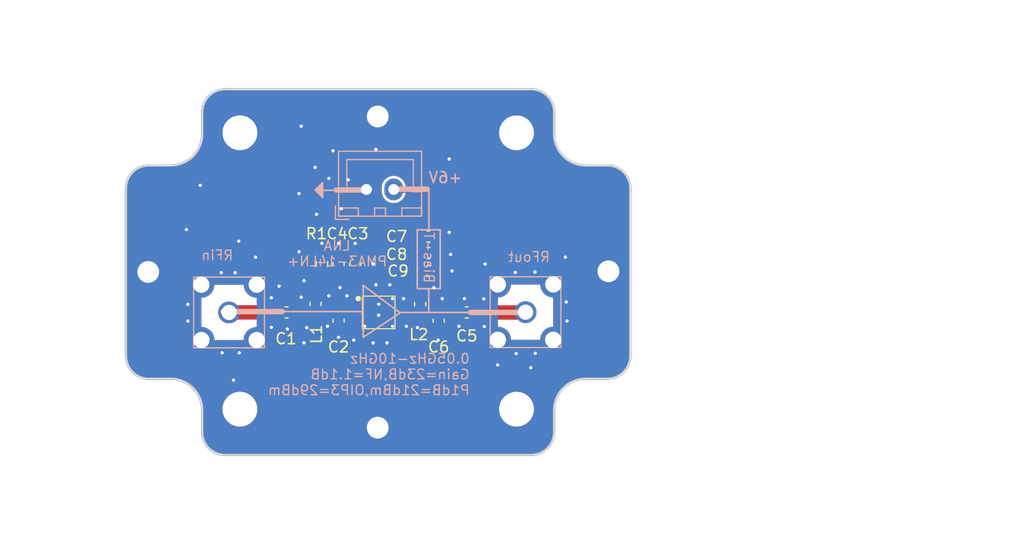
<source format=kicad_pcb>
(kicad_pcb (version 20221018) (generator pcbnew)
  (layers (0 "F.Cu" signal) (31 "B.Cu" signal) (34 "B.Paste" user) (35 "F.Paste" user) (36 "B.SilkS" user "B.Silkscreen") (37 "F.SilkS" user "F.Silkscreen") (38 "B.Mask" user) (39 "F.Mask" user) (44 "Edge.Cuts" user))
  (net 0 "")
  (net 1 "Net-(C1-Pad1)")
  (net 2 "Net-(IC1-RF-IN)")
  (net 3 "GND")
  (net 4 "Net-(IC1-CURRENT_MIRROR)")
  (net 5 "Net-(C5-Pad1)")
  (net 6 "Net-(IC1-RF-OUT_&_VDD)")
  (net 7 "Net-(J1-Pin_2)")
  (footprint "Capacitor_SMD:C_0603_1608Metric_revised" (layer "F.Cu") (at 165.862 99.949)
    (fp_text reference "C8" (at -2.921 0.127) (layer "F.SilkS"))
    (fp_text value "4.7uF")
    (fp_line (start -0.14058 -0.51) (end 0.14058 -0.51) (stroke (width 0.12)) (layer "F.SilkS"))
    (fp_line (start -0.14058 0.51) (end 0.14058 0.51) (stroke (width 0.12)) (layer "F.SilkS"))
    (pad "1" smd roundrect (at -0.775 0) (size 0.9 0.95) (layers "F.Cu" "F.Paste" "F.Mask") (net 7 "Net-(J1-Pin_2)"))
    (pad "2" smd roundrect (at 0.775 0) (size 0.9 0.95) (layers "F.Cu" "F.Paste" "F.Mask") (net 3 "GND"))
  )
  (footprint "Capacitor_SMD:C_0603_1608Metric_revised" (layer "F.Cu") (at 165.862 101.6)
    (fp_text reference "C9" (at -2.794 0) (layer "F.SilkS"))
    (fp_text value "10pF")
    (fp_line (start -0.14058 -0.51) (end 0.14058 -0.51) (stroke (width 0.12)) (layer "F.SilkS"))
    (fp_line (start -0.14058 0.51) (end 0.14058 0.51) (stroke (width 0.12)) (layer "F.SilkS"))
    (pad "1" smd roundrect (at -0.775 0) (size 0.9 0.95) (layers "F.Cu" "F.Paste" "F.Mask") (net 7 "Net-(J1-Pin_2)"))
    (pad "2" smd roundrect (at 0.775 0) (size 0.9 0.95) (layers "F.Cu" "F.Paste" "F.Mask") (net 3 "GND"))
  )
  (footprint "Music_Lab:LNA_PMA3-14LN+" (layer "F.Cu") (at 161.29 105.41)
    (fp_text reference "IC1" hide)
    (fp_text value "PMA3-14LN+" hide)
    (fp_rect (start -1.5 -1.5) (end 1.5 1.5) (stroke (width 0.1)) (fill none) (layer "F.SilkS"))
    (fp_circle (center -1.8755 -1.275) (end -1.8755 -1.1475) (stroke (width 0.255)) (fill none) (layer "F.SilkS"))
    (pad "1" smd rect (at -1.45 -0.51 90) (size 0.3 0.85) (layers "F.Cu" "F.Paste" "F.Mask") (net 4 "Net-(IC1-CURRENT_MIRROR)"))
    (pad "2" smd rect (at -1.45 0 90) (size 0.3 0.85) (layers "F.Cu" "F.Paste" "F.Mask") (net 2 "Net-(IC1-RF-IN)"))
    (pad "3" smd rect (at -1.45 0.51 90) (size 0.3 0.85) (layers "F.Cu" "F.Paste" "F.Mask") (net 3 "GND"))
    (pad "4" smd rect (at -0.51 1.45) (size 0.3 0.85) (layers "F.Cu" "F.Paste" "F.Mask") (net 3 "GND"))
    (pad "5" smd rect (at 0 1.45) (size 0.3 0.85) (layers "F.Cu" "F.Paste" "F.Mask") (net 3 "GND"))
    (pad "6" smd rect (at 0.51 1.45) (size 0.3 0.85) (layers "F.Cu" "F.Paste" "F.Mask") (net 3 "GND"))
    (pad "7" smd rect (at 1.45 0.51 90) (size 0.3 0.85) (layers "F.Cu" "F.Paste" "F.Mask") (net 3 "GND"))
    (pad "8" smd rect (at 1.45 0 90) (size 0.3 0.85) (layers "F.Cu" "F.Paste" "F.Mask") (net 6 "Net-(IC1-RF-OUT_&_VDD)"))
    (pad "9" smd rect (at 1.45 -0.51 90) (size 0.3 0.85) (layers "F.Cu" "F.Paste" "F.Mask") (net 3 "GND"))
    (pad "10" smd rect (at 0.51 -1.45) (size 0.3 0.85) (layers "F.Cu" "F.Paste" "F.Mask") (net 3 "GND"))
    (pad "11" smd rect (at 0 -1.45) (size 0.3 0.85) (layers "F.Cu" "F.Paste" "F.Mask") (net 3 "GND"))
    (pad "12" smd rect (at -0.51 -1.45) (size 0.3 0.85) (layers "F.Cu" "F.Paste" "F.Mask") (net 3 "GND"))
    (pad "13" smd rect (at 0 0) (size 1.45 1.45) (layers "F.Cu" "F.Paste" "F.Mask") (net 3 "GND"))
  )
  (footprint "Inductor_SMD:L_0603_1608Metric_revised" (layer "F.Cu") (at 165.1 104.648 -90)
    (fp_text reference "L2" (at 2.794 0.127) (layer "F.SilkS"))
    (fp_text value "15nH")
    (fp_line (start -0.162779 -0.51) (end 0.162779 -0.51) (stroke (width 0.12)) (layer "F.SilkS"))
    (fp_line (start -0.162779 0.51) (end 0.162779 0.51) (stroke (width 0.12)) (layer "F.SilkS"))
    (pad "1" smd roundrect (at -0.775 0 270) (size 0.9 0.9) (layers "F.Cu" "F.Paste" "F.Mask") (net 7 "Net-(J1-Pin_2)"))
    (pad "2" smd roundrect (at 0.775 0 270) (size 0.9 0.9) (layers "F.Cu" "F.Paste" "F.Mask") (net 6 "Net-(IC1-RF-OUT_&_VDD)"))
  )
  (footprint "Capacitor_SMD:C_0603_1608Metric_revised" (layer "F.Cu") (at 152.824 105.41)
    (fp_text reference "C1" (at -0.043 2.413) (layer "F.SilkS"))
    (fp_text value "0.1uF")
    (fp_line (start -0.14058 -0.51) (end 0.14058 -0.51) (stroke (width 0.12)) (layer "F.SilkS"))
    (fp_line (start -0.14058 0.51) (end 0.14058 0.51) (stroke (width 0.12)) (layer "F.SilkS"))
    (pad "1" smd roundrect (at -0.775 0) (size 0.9 0.95) (layers "F.Cu" "F.Paste" "F.Mask") (net 1 "Net-(C1-Pad1)"))
    (pad "2" smd roundrect (at 0.775 0) (size 0.9 0.95) (layers "F.Cu" "F.Paste" "F.Mask") (net 2 "Net-(IC1-RF-IN)"))
  )
  (footprint "Capacitor_SMD:C_0603_1608Metric_revised" (layer "F.Cu") (at 157.607 106.172 90)
    (fp_text reference "C2" (at -2.413 0 180) (layer "F.SilkS"))
    (fp_text value "0.2pF")
    (fp_line (start -0.14058 -0.51) (end 0.14058 -0.51) (stroke (width 0.12)) (layer "F.SilkS"))
    (fp_line (start -0.14058 0.51) (end 0.14058 0.51) (stroke (width 0.12)) (layer "F.SilkS"))
    (pad "1" smd roundrect (at -0.775 0 90) (size 0.9 0.95) (layers "F.Cu" "F.Paste" "F.Mask") (net 3 "GND"))
    (pad "2" smd roundrect (at 0.775 0 90) (size 0.9 0.95) (layers "F.Cu" "F.Paste" "F.Mask") (net 2 "Net-(IC1-RF-IN)"))
  )
  (footprint "Capacitor_SMD:C_0603_1608Metric_revised" (layer "F.Cu") (at 169.38 105.41 180)
    (fp_text reference "C5" (at 0 -2.159 180) (layer "F.SilkS"))
    (fp_text value "0.1uF")
    (fp_line (start -0.14058 -0.51) (end 0.14058 -0.51) (stroke (width 0.12)) (layer "F.SilkS"))
    (fp_line (start -0.14058 0.51) (end 0.14058 0.51) (stroke (width 0.12)) (layer "F.SilkS"))
    (pad "1" smd roundrect (at -0.775 0 180) (size 0.9 0.95) (layers "F.Cu" "F.Paste" "F.Mask") (net 5 "Net-(C5-Pad1)"))
    (pad "2" smd roundrect (at 0.775 0 180) (size 0.9 0.95) (layers "F.Cu" "F.Paste" "F.Mask") (net 6 "Net-(IC1-RF-OUT_&_VDD)"))
  )
  (footprint "Capacitor_SMD:C_0603_1608Metric_revised" (layer "F.Cu") (at 159.131 100.965 -90)
    (fp_text reference "C3" (at -2.794 -0.254) (layer "F.SilkS"))
    (fp_text value "100pF")
    (fp_line (start -0.14058 -0.51) (end 0.14058 -0.51) (stroke (width 0.12)) (layer "F.SilkS"))
    (fp_line (start -0.14058 0.51) (end 0.14058 0.51) (stroke (width 0.12)) (layer "F.SilkS"))
    (pad "1" smd roundrect (at -0.775 0 270) (size 0.9 0.95) (layers "F.Cu" "F.Paste" "F.Mask") (net 3 "GND"))
    (pad "2" smd roundrect (at 0.775 0 270) (size 0.9 0.95) (layers "F.Cu" "F.Paste" "F.Mask") (net 4 "Net-(IC1-CURRENT_MIRROR)"))
  )
  (footprint "Capacitor_SMD:C_0603_1608Metric_revised" (layer "F.Cu") (at 166.8018 106.172 90)
    (fp_text reference "C6" (at -2.413 0 180) (layer "F.SilkS"))
    (fp_text value "0.1pF")
    (fp_line (start -0.14058 -0.51) (end 0.14058 -0.51) (stroke (width 0.12)) (layer "F.SilkS"))
    (fp_line (start -0.14058 0.51) (end 0.14058 0.51) (stroke (width 0.12)) (layer "F.SilkS"))
    (pad "1" smd roundrect (at -0.775 0 90) (size 0.9 0.95) (layers "F.Cu" "F.Paste" "F.Mask") (net 3 "GND"))
    (pad "2" smd roundrect (at 0.775 0 90) (size 0.9 0.95) (layers "F.Cu" "F.Paste" "F.Mask") (net 6 "Net-(IC1-RF-OUT_&_VDD)"))
  )
  (footprint "Capacitor_SMD:C_0603_1608Metric_revised" (layer "F.Cu") (at 157.607 100.965 -90)
    (fp_text reference "C4" (at -2.794 0.127) (layer "F.SilkS"))
    (fp_text value "0.1uF")
    (fp_line (start -0.14058 -0.51) (end 0.14058 -0.51) (stroke (width 0.12)) (layer "F.SilkS"))
    (fp_line (start -0.14058 0.51) (end 0.14058 0.51) (stroke (width 0.12)) (layer "F.SilkS"))
    (pad "1" smd roundrect (at -0.775 0 270) (size 0.9 0.95) (layers "F.Cu" "F.Paste" "F.Mask") (net 3 "GND"))
    (pad "2" smd roundrect (at 0.775 0 270) (size 0.9 0.95) (layers "F.Cu" "F.Paste" "F.Mask") (net 4 "Net-(IC1-CURRENT_MIRROR)"))
  )
  (footprint "Capacitor_SMD:C_0603_1608Metric_revised" (layer "F.Cu") (at 165.862 98.425)
    (fp_text reference "C7" (at -2.921 0) (layer "F.SilkS"))
    (fp_text value "22uF")
    (fp_line (start -0.14058 -0.51) (end 0.14058 -0.51) (stroke (width 0.12)) (layer "F.SilkS"))
    (fp_line (start -0.14058 0.51) (end 0.14058 0.51) (stroke (width 0.12)) (layer "F.SilkS"))
    (pad "1" smd roundrect (at -0.775 0) (size 0.9 0.95) (layers "F.Cu" "F.Paste" "F.Mask") (net 7 "Net-(J1-Pin_2)"))
    (pad "2" smd roundrect (at 0.775 0) (size 0.9 0.95) (layers "F.Cu" "F.Paste" "F.Mask") (net 3 "GND"))
  )
  (footprint "Inductor_SMD:L_0603_1608Metric_revised" (layer "F.Cu") (at 155.491 104.6226 -90)
    (fp_text reference "L1" (at 2.794 -0.084 -90) (layer "F.SilkS"))
    (fp_text value "15nH")
    (fp_line (start -0.162779 -0.51) (end 0.162779 -0.51) (stroke (width 0.12)) (layer "F.SilkS"))
    (fp_line (start -0.162779 0.51) (end 0.162779 0.51) (stroke (width 0.12)) (layer "F.SilkS"))
    (pad "1" smd roundrect (at -0.775 0 270) (size 0.9 0.9) (layers "F.Cu" "F.Paste" "F.Mask") (net 4 "Net-(IC1-CURRENT_MIRROR)"))
    (pad "2" smd roundrect (at 0.775 0 270) (size 0.9 0.9) (layers "F.Cu" "F.Paste" "F.Mask") (net 2 "Net-(IC1-RF-IN)"))
  )
  (footprint "Resistor_SMD:R_0603_1608Metric_revised" (layer "F.Cu") (at 156.083 100.965 -90)
    (fp_text reference "R1" (at -2.794 0.508) (layer "F.SilkS"))
    (fp_text value "510")
    (fp_line (start -0.237258 -0.5225) (end 0.237258 -0.5225) (stroke (width 0.12)) (layer "F.SilkS"))
    (fp_line (start -0.237258 0.5225) (end 0.237258 0.5225) (stroke (width 0.12)) (layer "F.SilkS"))
    (pad "1" smd roundrect (at -0.775 0 270) (size 0.9 0.9) (layers "F.Cu" "F.Paste" "F.Mask") (net 3 "GND"))
    (pad "2" smd roundrect (at 0.775 0 270) (size 0.9 0.9) (layers "F.Cu" "F.Paste" "F.Mask") (net 4 "Net-(IC1-CURRENT_MIRROR)"))
  )
  (footprint "Music_Lab:Outline_3x2_cavity_20230729" (layer "B.Cu") (at 220.30757 102.531334 180)
    (fp_text reference "outline1" hide)
    (fp_text value "~" hide)
    (fp_poly (pts (arc (start 40.014266 10.63046) (mid 42.065222 11.479792) (end 42.915266 13.53046)) (arc (start 42.915266 15.53146) (mid 43.519059 17.004615) (end 44.983086 17.630228)) (arc (start 73.218048 17.630228) (mid 74.636163 16.979894) (end 75.215266 15.531228)) (arc (start 75.215266 13.53046) (mid 76.065266 11.479773) (end 78.116266 10.63046)) (arc (start 80.115266 10.63046) (mid 81.600154 10.015368) (end 82.215266 8.53046)) (arc (start 82.215266 -6.870172) (mid 81.600201 -8.355102) (end 80.115266 -8.970172)) (arc (start 78.116266 -8.970172) (mid 76.065327 -9.819526) (end 75.215266 -11.870172)) (arc (start 75.215266 -13.871172) (mid 74.600141 -15.355749) (end 73.115266 -15.970172)) (arc (start 45.015266 -15.970172) (mid 43.530389 -15.355755) (end 42.915266 -13.871171)) (arc (start 42.915266 -11.870171) (mid 42.065217 -9.819513) (end 40.014266 -8.970171)) (arc (start 38.015266 -8.970171) (mid 36.530329 -8.355108) (end 35.915266 -6.870171)) (arc (start 35.915266 8.53046) (mid 36.530335 10.015387) (end 38.015266 10.63046))) (stroke (width 0.2)) (fill none) (layer "Edge.Cuts"))
    (pad "1" thru_hole circle (at 37.918739 0.903309 180) (size 3 3) (drill 2) (layers "*.Cu" "*.Mask") (net 3 "GND"))
    (pad "1" thru_hole circle (at 46.36 -11.77 180) (size 5.6 5.6) (drill 3.2) (layers "*.Cu" "*.Mask") (net 3 "GND"))
    (pad "1" thru_hole circle (at 46.36 13.63 180) (size 5.6 5.6) (drill 3.2) (layers "*.Cu" "*.Mask") (net 3 "GND"))
    (pad "1" thru_hole circle (at 59.10404 -13.467897 180) (size 3 3) (drill 2) (layers "*.Cu" "*.Mask") (net 3 "GND"))
    (pad "1" thru_hole custom (at 59.10404 15.129639 180) (size 3 3) (drill 2) (layers "*.Cu" "*.Mask") (net 3 "GND") (options (clearance outline) (anchor circle)) (primitives (gr_rect (start 14.10596 0.489264) (end -14.1641 2.491458) (width 0.2) (fill yes)) (gr_line (start -14.117481 2.5) (end -14.117481 2.5) (width 0.2)) (gr_arc (start -2.420614 -0.625) (mid -2.954391 0.185897) (end -3.872983 0.5) (width 0.2)) (gr_arc (start -2.420614 -0.625) (mid 0 -2.499999) (end 2.420614 -0.625) (width 0.2)) (gr_arc (start 3.872983 0.5) (mid 2.95442 0.18586) (end 2.420614 -0.625) (width 0.2)) (gr_arc (start 14.1147 -0.999999) (mid 13.675348 0.060649) (end 12.614699 0.5) (width 0.2)) (gr_line (start 14.114699 -0.999999) (end 14.114699 -1.600113) (width 0.2)) (gr_arc (start 16.114706 0.401) (mid 15.535602 1.849668) (end 14.117481 2.5) (width 0.2)) (gr_line (start 16.114699 0.401) (end 16.114699 -1.599768) (width 0.2)) (gr_arc (start 16.114732 -1.599768) (mid 16.964748 -3.650436) (end 19.015699 -4.499768) (width 0.2)) (gr_line (start 19.015699 -4.499768) (end 21.014699 -4.499768) (width 0.2)) (gr_arc (start 14.114692 -1.600113) (mid 15.550636 -5.06478) (end 19.015699 -6.499768) (width 0.2)) (gr_line (start 19.015699 -6.499768) (end 19.614699 -6.499768) (width 0.2)) (gr_arc (start 21.114732 -7.999768) (mid 20.675371 -6.939106) (end 19.614699 -6.499768) (width 0.2)) (gr_rect (start 23.114699 -22.0004) (end 21.075272 -6.569293) (width 0.2) (fill yes)) (gr_arc (start 21.114695 -18.17255) (mid 20.800747 -17.25433) (end 19.990449 -16.720375) (width 0.2)) (gr_arc (start 19.990447 -11.879785) (mid 18.116681 -14.300081) (end 19.990449 -16.720375) (width 0.2)) (gr_arc (start 23.114732 -6.599768) (mid 22.499635 -5.114841) (end 21.014699 -4.499768) (width 0.2)) (gr_arc (start 19.990445 -11.879775) (mid 20.800784 -11.34586) (end 21.114699 -10.427617) (width 0.2)) (gr_arc (start 19.614699 -22.100399) (mid 20.675365 -21.661066) (end 21.114699 -20.6004) (width 0.2)) (gr_line (start 19.015699 -22.1004) (end 19.614699 -22.1004) (width 0.2)) (gr_arc (start 19.015699 -22.100399) (mid 15.550668 -23.535417) (end 14.114699 -27.000055) (width 0.2)) (gr_line (start 14.114699 -27.6004) (end 14.114699 -27.000055) (width 0.2)) (gr_arc (start 12.614699 -29.100399) (mid 13.675365 -28.661066) (end 14.114699 -27.6004) (width 0.2)) (gr_rect (start 14.074699 -31.1004) (end -14.085301 -29.100168) (width 0.2) (fill yes)) (gr_arc (start -16.185301 -29.001399) (mid -15.570176 -30.485982) (end -14.085301 -31.1004) (width 0.2)) (gr_line (start -16.185301 -29.001399) (end -16.185301 -27.000399) (width 0.2)) (gr_arc (start -16.185301 -27.000399) (mid -17.035349 -24.94974) (end -19.086301 -24.100399) (width 0.2)) (gr_line (start -19.086301 -24.100399) (end -21.085301 -24.100399) (width 0.2)) (gr_arc (start -23.185301 -22.000399) (mid -22.570236 -23.485334) (end -21.085301 -24.100399) (width 0.2)) (gr_rect (start -21.185301 -21.990399) (end -23.183263 -6.46226) (width 0.2) (fill yes)) (gr_line (start -23.185301 -6.599768) (end -23.185301 -6.599768) (width 0.2)) (gr_arc (start -21.185301 -20.600399) (mid -20.745973 -21.661071) (end -19.685301 -22.100399) (width 0.2)) (gr_line (start -19.086301 -22.100399) (end -19.685301 -22.100399) (width 0.2)) (gr_arc (start -14.185301 -27.000055) (mid -15.621245 -23.535393) (end -19.086301 -22.100399) (width 0.2)) (gr_line (start -14.185301 -27.6004) (end -14.185301 -27.000055) (width 0.2)) (gr_arc (start -14.185301 -27.6004) (mid -13.745973 -28.661072) (end -12.685301 -29.1004) (width 0.2)) (gr_arc (start -3.873722 -29.1004) (mid -2.95473 -28.785908) (end -2.421076 -27.974326) (width 0.2)) (gr_arc (start 2.421076 -27.974326) (mid 0 -26.097536) (end -2.421076 -27.974326) (width 0.2)) (gr_arc (start 2.421077 -27.974326) (mid 2.954756 -28.785874) (end 3.873722 -29.1004) (width 0.2)) (gr_arc (start 14.014699 -31.100399) (mid 15.499569 -30.485976) (end 16.114699 -29.0014) (width 0.2)) (gr_line (start 16.114699 -29.0014) (end 16.114699 -27.0004) (width 0.2)) (gr_arc (start 19.015699 -24.100399) (mid 16.964759 -24.949753) (end 16.114699 -27.0004) (width 0.2)) (gr_line (start 19.015699 -24.1004) (end 21.014699 -24.1004) (width 0.2)) (gr_arc (start 21.014699 -24.100399) (mid 22.499629 -23.48533) (end 23.114699 -22.0004) (width 0.2)) (gr_circle (center 0 0) (end 1 0) (width 0.2) (fill none)) (gr_circle (center 0 -28.597536) (end 1 -28.597536) (width 0.2) (fill none)) (gr_circle (center 20.616699 -14.300084) (end 21.616699 -14.300084) (width 0.2) (fill none)) (gr_poly (pts (xy -19.685301 -14.300084) (xy -19.704516 -14.104994) (xy -19.761421 -13.917401) (xy -19.853831 -13.744514) (xy -19.978194 -13.592977) (xy -20.129731 -13.468614) (xy -20.302618 -13.376204) (xy -20.490211 -13.319299) (xy -20.685301 -13.300084) (xy -20.880391 -13.319299) (xy -21.067984 -13.376204) (xy -21.240871 -13.468614) (xy -21.392408 -13.592977) (xy -21.516771 -13.744514) (xy -21.609181 -13.917401) (xy -21.666086 -14.104994) (xy -21.685301 -14.300084) (xy -21.666086 -14.495174) (xy -21.609181 -14.682767) (xy -21.516771 -14.855654) (xy -21.392408 -15.007191) (xy -21.240871 -15.131554) (xy -21.067984 -15.223964) (xy -20.880391 -15.280869) (xy -20.685301 -15.300084) (xy -20.490211 -15.280869) (xy -20.302618 -15.223964) (xy -20.129731 -15.131554) (xy -19.978194 -15.007191) (xy -19.853831 -14.855654) (xy -19.761421 -14.682767) (xy -19.704516 -14.495174) (xy -19.685301 -14.300084)) (width 0.2) (fill none)) (gr_poly (pts (xy -23.17404 -10.239639) (arc (start -21.185301 -10.4271) (mid -20.87116 -11.345664) (end -20.060301 -11.879469)) (arc (start -20.060301 -11.879469) (mid -18.185305 -14.30008) (end -20.060301 -16.720698)) (arc (start -20.060301 -16.720698) (mid -20.871162 -17.254503) (end -21.185301 -18.173067)) (xy -23.18404 -18.199639)) (width 0.2) (fill yes)) (gr_poly (pts (xy -4.061183 -31.089139) (arc (start -3.873722 -29.1004) (mid -2.955158 -28.786259) (end -2.421353 -27.9754)) (arc (start -2.421353 -27.9754) (mid -0.000742 -26.100404) (end 2.419876 -27.9754)) (arc (start 2.419876 -27.9754) (mid 2.953681 -28.786261) (end 3.872245 -29.1004)) (xy 3.898817 -31.099139)) (width 0.2) (fill yes)) (gr_poly (pts (xy 4.254003 2.479042) (arc (start 4.066542 0.490303) (mid 3.147978 0.176162) (end 2.614173 -0.634697)) (arc (start 2.614173 -0.634697) (mid 0.193562 -2.509693) (end -2.227056 -0.634697)) (arc (start -2.227056 -0.634697) (mid -2.760861 0.176164) (end -3.679425 0.490303)) (xy -3.705997 2.489042)) (width 0.2) (fill yes)) (gr_poly (pts (xy 23.103438 -18.360011) (arc (start 21.114699 -18.17255) (mid 20.800558 -17.253986) (end 19.989699 -16.720181)) (arc (start 19.989699 -16.720181) (mid 18.114703 -14.29957) (end 19.989699 -11.878952)) (arc (start 19.989699 -11.878952) (mid 20.80056 -11.345147) (end 21.114699 -10.426583)) (xy 23.113438 -10.400011)) (width 0.2) (fill yes)) (gr_poly (pts (arc (start -19.085188 -22.100399) (mid -15.620532 -23.536352) (end -14.185533 -27.001399)) (arc (start -14.185533 -27.600399) (mid -13.746198 -28.661067) (end -12.685533 -29.100399)) (arc (start -14.085533 -31.100399) (mid -15.570462 -30.485331) (end -16.185533 -29.000399)) (arc (start -16.185533 -27.001399) (mid -17.034868 -24.950444) (end -19.085533 -24.100399)) (arc (start -21.086533 -24.100399) (mid -22.55969 -23.496607) (end -23.185301 -22.032579)) (arc (start -21.185301 -20.600399) (mid -20.745958 -21.661049) (end -19.685302 -22.100399))) (width 0.2) (fill yes)) (gr_poly (pts (arc (start -14.185301 -1.600113) (mid -15.621254 -5.064769) (end -19.086301 -6.499768)) (arc (start -19.685301 -6.499768) (mid -20.745969 -6.939103) (end -21.185301 -7.999768)) (arc (start -23.185301 -6.599768) (mid -22.570233 -5.114839) (end -21.085301 -4.499768)) (arc (start -19.086301 -4.499768) (mid -17.035346 -3.650433) (end -16.185301 -1.599768)) (arc (start -16.185301 0.401232) (mid -15.581509 1.874389) (end -14.117481 2.5)) (arc (start -12.685301 0.5) (mid -13.745951 0.060657) (end -14.185301 -0.999999))) (width 0.2) (fill yes)) (gr_poly (pts (arc (start 14.114699 -27.000055) (mid 15.550652 -23.535399) (end 19.015699 -22.1004)) (arc (start 19.614699 -22.1004) (mid 20.675367 -21.661065) (end 21.114699 -20.6004)) (arc (start 23.114699 -22.0004) (mid 22.499631 -23.485329) (end 21.014699 -24.1004)) (arc (start 19.015699 -24.1004) (mid 16.964744 -24.949735) (end 16.114699 -27.0004)) (arc (start 16.114699 -29.0014) (mid 15.510907 -30.474557) (end 14.046879 -31.100168)) (arc (start 12.614699 -29.100168) (mid 13.675349 -28.660825) (end 14.114699 -27.600169))) (width 0.2) (fill yes)) (gr_poly (pts (arc (start 19.014354 -6.5) (mid 15.549698 -5.064047) (end 14.114699 -1.599)) (arc (start 14.114699 -1) (mid 13.675364 0.060668) (end 12.614699 0.5)) (arc (start 14.014699 2.5) (mid 15.499628 1.884932) (end 16.114699 0.4)) (arc (start 16.114699 -1.599) (mid 16.964034 -3.649955) (end 19.014699 -4.5)) (arc (start 21.015699 -4.5) (mid 22.488856 -5.103792) (end 23.114467 -6.56782)) (arc (start 21.114467 -8) (mid 20.675124 -6.93935) (end 19.614468 -6.5))) (width 0.2) (fill yes))))
    (pad "1" thru_hole circle (at 71.76 -11.77 180) (size 5.6 5.6) (drill 3.2) (layers "*.Cu" "*.Mask") (net 3 "GND"))
    (pad "1" thru_hole circle (at 71.76 13.63 180) (size 5.6 5.6) (drill 3.2) (layers "*.Cu" "*.Mask") (net 3 "GND"))
    (pad "1" thru_hole circle (at 80.179312 0.844793 180) (size 3 3) (drill 2) (layers "*.Cu" "*.Mask") (net 3 "GND"))
  )
  (footprint "Music_Lab:SMA_KHD" (layer "B.Cu") (at 174.7774 105.3846 180)
    (fp_text reference "SMA2" hide)
    (fp_text value "~")
    (fp_rect (start -3.25 3.25) (end 3.25 -3.25) (stroke (width 0.12)) (fill none) (layer "B.SilkS"))
    (pad "1" thru_hole circle (at 0 0 180) (size 2 2) (drill 1.4) (layers "*.Cu" "*.Mask") (net 5 "Net-(C5-Pad1)"))
    (pad "2" thru_hole circle (at -2.55 2.55 180) (size 2.4 2.4) (drill 1.5) (layers "*.Cu" "*.Mask") (net 3 "GND"))
    (pad "2" thru_hole circle (at -2.54 -2.54 180) (size 2.4 2.4) (drill 1.5) (layers "*.Cu" "*.Mask") (net 3 "GND"))
    (pad "2" thru_hole circle (at 2.54 -2.54 180) (size 2.4 2.4) (drill 1.5) (layers "*.Cu" "*.Mask") (net 3 "GND"))
    (pad "2" thru_hole circle (at 2.55 2.55 180) (size 2.4 2.4) (drill 1.5) (layers "*.Cu" "*.Mask") (net 3 "GND"))
    (zone (net 0) (net_name "") (layers "*.Cu" "B.SilkS") (connect_pads (clearance 0)) (min_thickness 0.254)
      (keepout (tracks allowed) (vias allowed) (pads allowed) (copperpour not_allowed) (footprints allowed))
      (fill (thermal_gap 0.508) (thermal_bridge_width 0.508))
      (polygon (pts (xy 172.2374 107.9246) (xy 177.3174 107.9246) (xy 177.3174 102.8446) (xy 172.2374 102.8446)))
    )
  )
  (footprint "Music_Lab:SMA_KHD" (layer "B.Cu") (at 147.5486 105.41 180)
    (fp_text reference "SMA1" hide)
    (fp_text value "~")
    (fp_rect (start -3.25 3.25) (end 3.25 -3.25) (stroke (width 0.12)) (fill none) (layer "B.SilkS"))
    (pad "1" thru_hole circle (at 0 0 180) (size 2 2) (drill 1.4) (layers "*.Cu" "*.Mask") (net 1 "Net-(C1-Pad1)"))
    (pad "2" thru_hole circle (at -2.55 2.55 180) (size 2.4 2.4) (drill 1.5) (layers "*.Cu" "*.Mask") (net 3 "GND"))
    (pad "2" thru_hole circle (at -2.54 -2.54 180) (size 2.4 2.4) (drill 1.5) (layers "*.Cu" "*.Mask") (net 3 "GND"))
    (pad "2" thru_hole circle (at 2.54 -2.54 180) (size 2.4 2.4) (drill 1.5) (layers "*.Cu" "*.Mask") (net 3 "GND"))
    (pad "2" thru_hole circle (at 2.55 2.55 180) (size 2.4 2.4) (drill 1.5) (layers "*.Cu" "*.Mask") (net 3 "GND"))
    (zone (net 0) (net_name "") (layers "*.Cu" "B.SilkS") (connect_pads (clearance 0)) (min_thickness 0.254)
      (keepout (tracks allowed) (vias allowed) (pads allowed) (copperpour not_allowed) (footprints allowed))
      (fill (thermal_gap 0.508) (thermal_bridge_width 0.508))
      (polygon (pts (xy 145.0086 107.95) (xy 150.0886 107.95) (xy 150.0886 102.87) (xy 145.0086 102.87)))
    )
  )
  (footprint "Connector_JST:JST_XH_B2B-XH-A_1x02_P2.50mm_Vertical" (layer "B.Cu") (at 160.167 94.107)
    (fp_text reference "J1" hide)
    (fp_text value "Conn_01x02_Pin")
    (fp_line (start -2.85 2.75) (end -2.85 1.5) (stroke (width 0.12)) (layer "B.SilkS"))
    (fp_line (start -2.56 -3.51) (end 5.06 -3.51) (stroke (width 0.12)) (layer "B.SilkS"))
    (fp_line (start -2.56 2.46) (end -2.56 -3.51) (stroke (width 0.12)) (layer "B.SilkS"))
    (fp_line (start -2.55 0.2) (end -1.8 0.2) (stroke (width 0.12)) (layer "B.SilkS"))
    (fp_line (start -2.55 1.7) (end -0.75 1.7) (stroke (width 0.12)) (layer "B.SilkS"))
    (fp_line (start -2.55 2.45) (end -2.55 1.7) (stroke (width 0.12)) (layer "B.SilkS"))
    (fp_line (start -1.8 -2.75) (end 1.25 -2.75) (stroke (width 0.12)) (layer "B.SilkS"))
    (fp_line (start -1.8 0.2) (end -1.8 -2.75) (stroke (width 0.12)) (layer "B.SilkS"))
    (fp_line (start -1.6 2.75) (end -2.85 2.75) (stroke (width 0.12)) (layer "B.SilkS"))
    (fp_line (start -0.75 1.7) (end -0.75 2.45) (stroke (width 0.12)) (layer "B.SilkS"))
    (fp_line (start -0.75 2.45) (end -2.55 2.45) (stroke (width 0.12)) (layer "B.SilkS"))
    (fp_line (start 0.75 1.7) (end 1.75 1.7) (stroke (width 0.12)) (layer "B.SilkS"))
    (fp_line (start 0.75 2.45) (end 0.75 1.7) (stroke (width 0.12)) (layer "B.SilkS"))
    (fp_line (start 1.75 1.7) (end 1.75 2.45) (stroke (width 0.12)) (layer "B.SilkS"))
    (fp_line (start 1.75 2.45) (end 0.75 2.45) (stroke (width 0.12)) (layer "B.SilkS"))
    (fp_line (start 3.25 1.7) (end 5.05 1.7) (stroke (width 0.12)) (layer "B.SilkS"))
    (fp_line (start 3.25 2.45) (end 3.25 1.7) (stroke (width 0.12)) (layer "B.SilkS"))
    (fp_line (start 4.3 -2.75) (end 1.25 -2.75) (stroke (width 0.12)) (layer "B.SilkS"))
    (fp_line (start 4.3 0.2) (end 4.3 -2.75) (stroke (width 0.12)) (layer "B.SilkS"))
    (fp_line (start 5.05 0.2) (end 4.3 0.2) (stroke (width 0.12)) (layer "B.SilkS"))
    (fp_line (start 5.05 1.7) (end 5.05 2.45) (stroke (width 0.12)) (layer "B.SilkS"))
    (fp_line (start 5.05 2.45) (end 3.25 2.45) (stroke (width 0.12)) (layer "B.SilkS"))
    (fp_line (start 5.06 -3.51) (end 5.06 2.46) (stroke (width 0.12)) (layer "B.SilkS"))
    (fp_line (start 5.06 2.46) (end -2.56 2.46) (stroke (width 0.12)) (layer "B.SilkS"))
    (pad "1" thru_hole roundrect (at 0 0) (size 1.7 2) (drill 1) (layers "*.Cu" "*.Mask") (roundrect_rratio 0.1470588235) (net 3 "GND"))
    (pad "2" thru_hole oval (at 2.5 0) (size 1.7 2) (drill 1) (layers "*.Cu" "*.Mask") (net 7 "Net-(J1-Pin_2)"))
  )
  (gr_line (start 152.4254 105.3338) (end 147.0025 105.3338) (stroke (width 0.5)) (layer "B.SilkS"))
  (gr_line (start 165.735 94.0816) (end 162.9029 94.0816) (stroke (width 0.5)) (layer "B.SilkS"))
  (gr_line (start 165.9001 94.107) (end 165.9001 97.79) (stroke (width 0.15)) (layer "B.SilkS"))
  (gr_rect (start 164.8333 97.8154) (end 166.9415 103.2256) (stroke (width 0.15)) (fill none) (layer "B.SilkS"))
  (gr_line (start 159.8422 105.3338) (end 151.638 105.3338) (stroke (width 0.15)) (layer "B.SilkS"))
  (gr_poly (pts (xy 159.8676 102.9208) (xy 159.8676 107.696) (xy 163.2571 105.446119)) (stroke (width 0.15)) (fill none) (layer "B.SilkS"))
  (gr_line (start 170.9166 105.41) (end 163.2077 105.41) (stroke (width 0.15)) (layer "B.SilkS"))
  (gr_line (start 165.8874 103.2256) (end 165.8874 105.41) (stroke (width 0.15)) (layer "B.SilkS"))
  (gr_line (start 175.15205 105.41) (end 169.72915 105.41) (stroke (width 0.5)) (layer "B.SilkS"))
  (gr_poly (pts (xy 156.1338 94.8309) (xy 156.1338 93.4847) (xy 155.4734 94.1451) (xy 155.4734 94.1705)) (stroke (width 0.15)) (fill solid) (layer "B.SilkS"))
  (gr_line (start 160.0327 94.1578) (end 157.4038 94.1578) (stroke (width 0.5)) (layer "B.SilkS"))
  (gr_line (start 158.4325 94.1832) (end 155.956 94.1832) (stroke (width 0.15)) (layer "B.SilkS"))
  (gr_text "RFout\n" (at 177.0888 100.838) (layer "B.SilkS") (effects (font (size 0.9 0.9) (thickness 0.12)) (justify left bottom mirror)))
  (gr_text "0.05GHz-10GHz\nGain=23dB,NF=1.1dB\nP1dB=21dBm,OIP3=29dBm" (at 169.7228 113.0808) (layer "B.SilkS") (effects (font (size 0.9 0.9) (thickness 0.12)) (justify left bottom mirror)))
  (gr_text "Bias-T" (at 165.3667 102.7938 -90) (layer "B.SilkS") (effects (font (size 0.9 0.9) (thickness 0.12)) (justify left bottom mirror)))
  (gr_text "RFin" (at 148.0058 100.6856) (layer "B.SilkS") (effects (font (size 0.9 0.9) (thickness 0.12)) (justify left bottom mirror)))
  (gr_text "+6V" (at 169.037 93.599) (layer "B.SilkS") (effects (font (size 1 1)) (justify left bottom mirror)))
  (gr_text "LNA\nPMA3-14LN+" (at 157.48 101.2444) (layer "B.SilkS") (effects (font (size 0.9 0.9) (thickness 0.12)) (justify bottom mirror)))
  (segment (start 152.024 105.405) (end 147.5536 105.405) (width 1.32) (layer "F.Cu") (net 1))
  (segment (start 147.5536 105.405) (end 147.5486 105.41) (width 1.32) (layer "F.Cu") (net 1))
  (segment (start 158.618 105.405) (end 158.623 105.41) (width 0.9) (layer "F.Cu") (net 2))
  (segment (start 153.624 105.405) (end 158.618 105.405) (width 0.95) (layer "F.Cu") (net 2))
  (segment (start 159.84 105.41) (end 158.623 105.41) (width 0.3) (layer "F.Cu") (net 2))
  (via (at 158.369 103.886) (size 0.5) (drill 0.3) (layers "F.Cu" "B.Cu") (net 3))
  (via (at 151.4348 106.7816) (size 0.5) (drill 0.3) (layers "F.Cu" "B.Cu") (net 3))
  (via (at 154.686 106.807) (size 0.5) (drill 0.3) (layers "F.Cu" "B.Cu") (net 3))
  (via (at 147.955 111.633) (size 0.5) (drill 0.3) (layers "F.Cu" "B.Cu") (net 3))
  (via (at 149.987 100.33) (size 0.5) (drill 0.3) (layers "F.Cu" "B.Cu") (net 3))
  (via (at 161.29 105.664) (size 0.5) (drill 0.3) (layers "F.Cu" "B.Cu") (net 3))
  (via (at 157.099 90.551) (size 0.5) (drill 0.3) (layers "F.Cu" "B.Cu") (net 3))
  (via (at 156.718 103.886) (size 0.5) (drill 0.3) (layers "F.Cu" "B.Cu") (net 3))
  (via (at 175.26 110.49) (size 0.5) (drill 0.3) (layers "F.Cu" "B.Cu") (net 3))
  (via (at 173.9138 109.1946) (size 0.5) (drill 0.3) (layers "F.Cu" "B.Cu") (net 3))
  (via (at 166.751 107.95) (size 0.5) (drill 0.3) (layers "F.Cu" "B.Cu") (net 3))
  (via (at 167.132 104.14) (size 0.5) (drill 0.3) (layers "F.Cu" "B.Cu") (net 3))
  (via (at 162.306 102.87) (size 0.5) (drill 0.3) (layers "F.Cu" "B.Cu") (net 3))
  (via (at 160.02 106.68) (size 0.5) (drill 0.3) (layers "F.Cu" "B.Cu") (net 3))
  (via (at 157.607 107.696) (size 0.5) (drill 0.3) (layers "F.Cu" "B.Cu") (net 3))
  (via (at 168.021 101.6) (size 0.5) (drill 0.3) (layers "F.Cu" "B.Cu") (net 3))
  (via (at 156.591 106.68) (size 0.5) (drill 0.3) (layers "F.Cu" "B.Cu") (net 3))
  (via (at 156.083 99.06) (size 0.5) (drill 0.3) (layers "F.Cu" "B.Cu") (net 3))
  (via (at 178.435 100.33) (size 0.5) (drill 0.3) (layers "F.Cu" "B.Cu") (net 3))
  (via (at 143.764 106.1974) (size 0.5) (drill 0.3) (layers "F.Cu" "B.Cu") (net 3))
  (via (at 171.069 100.965) (size 0.5) (drill 0.3) (layers "F.Cu" "B.Cu") (net 3))
  (via (at 173.8376 101.727) (size 0.5) (drill 0.3) (layers "F.Cu" "B.Cu") (net 3))
  (via (at 175.641 101.7016) (size 0.5) (drill 0.3) (layers "F.Cu" "B.Cu") (net 3))
  (via (at 172.212 110.236) (size 0.5) (drill 0.3) (layers "F.Cu" "B.Cu") (net 3))
  (via (at 155.448 92.075) (size 0.5) (drill 0.3) (layers "F.Cu" "B.Cu") (net 3))
  (via (at 170.9928 106.7054) (size 0.5) (drill 0.3) (layers "F.Cu" "B.Cu") (net 3))
  (via (at 152.146 102.997) (size 0.5) (drill 0.3) (layers "F.Cu" "B.Cu") (net 3))
  (via (at 153.9748 99.822) (size 0.5) (drill 0.3) (layers "F.Cu" "B.Cu") (net 3))
  (via (at 148.4376 98.8568) (size 0.5) (drill 0.3) (layers "F.Cu" "B.Cu") (net 3))
  (via (at 164.846 106.807) (size 0.5) (drill 0.3) (layers "F.Cu" "B.Cu") (net 3))
  (via (at 162.56 104.14) (size 0.5) (drill 0.3) (layers "F.Cu" "B.Cu") (net 3))
  (via (at 162.052 108.204) (size 0.5) (drill 0.3) (layers "F.Cu" "B.Cu") (net 3))
  (via (at 163.576 104.14) (size 0.5) (drill 0.3) (layers "F.Cu" "B.Cu") (net 3))
  (via (at 154.432 102.489) (size 0.5) (drill 0.3) (layers "F.Cu" "B.Cu") (net 3))
  (via (at 146.9136 109.1184) (size 0.5) (drill 0.3) (layers "F.Cu" "B.Cu") (net 3))
  (via (at 159.004 107.95) (size 0.5) (drill 0.3) (layers "F.Cu" "B.Cu") (net 3))
  (via (at 157.734 103.124) (size 0.5) (drill 0.3) (layers "F.Cu" "B.Cu") (net 3))
  (via (at 166.37 103.124) (size 0.5) (drill 0.3) (layers "F.Cu" "B.Cu") (net 3))
  (via (at 163.83 106.68) (size 0.5) (drill 0.3) (layers "F.Cu" "B.Cu") (net 3))
  (via (at 161.29 104.648) (size 0.5) (drill 0.3) (layers "F.Cu" "B.Cu") (net 3))
  (via (at 167.767 91.313) (size 0.5) (drill 0.3) (layers "F.Cu" "B.Cu") (net 3))
  (via (at 154.432 108.204) (size 0.5) (drill 0.3) (layers "F.Cu" "B.Cu") (net 3))
  (via (at 156.718 93.091) (size 0.5) (drill 0.3) (layers "F.Cu" "B.Cu") (net 3))
  (via (at 148.4884 109.1184) (size 0.5) (drill 0.3) (layers "F.Cu" "B.Cu") (net 3))
  (via (at 143.637 97.79) (size 0.5) (drill 0.3) (layers "F.Cu" "B.Cu") (net 3))
  (via (at 161.036 102.87) (size 0.5) (drill 0.3) (layers "F.Cu" "B.Cu") (net 3))
  (via (at 158.496 93.218) (size 0.5) (drill 0.3) (layers "F.Cu" "B.Cu") (net 3))
  (via (at 151.4348 104.0638) (size 0.5) (drill 0.3) (layers "F.Cu" "B.Cu") (net 3))
  (via (at 170.942 104.1654) (size 0.5) (drill 0.3) (layers "F.Cu" "B.Cu") (net 3))
  (via (at 148.1074 101.7524) (size 0.5) (drill 0.3) (layers "F.Cu" "B.Cu") (net 3))
  (via (at 167.894 100.076) (size 0.5) (drill 0.3) (layers "F.Cu" "B.Cu") (net 3))
  (via (at 143.764 104.6734) (size 0.5) (drill 0.3) (layers "F.Cu" "B.Cu") (net 3))
  (via (at 162.56 106.68) (size 0.5) (drill 0.3) (layers "F.Cu" "B.Cu") (net 3))
  (via (at 178.5112 104.4448) (size 0.5) (drill 0.3) (layers "F.Cu" "B.Cu") (net 3))
  (via (at 167.767 98.044) (size 0.5) (drill 0.3) (layers "F.Cu" "B.Cu") (net 3))
  (via (at 178.5874 106.1974) (size 0.5) (drill 0.3) (layers "F.Cu" "B.Cu") (net 3))
  (via (at 153.9748 94.488) (size 0.5) (drill 0.3) (layers "F.Cu" "B.Cu") (net 3))
  (via (at 160.782 100.965) (size 0.5) (drill 0.3) (layers "F.Cu" "B.Cu") (net 3))
  (via (at 157.607 99.06) (size 0.5) (drill 0.3) (layers "F.Cu" "B.Cu") (net 3))
  (via (at 169.164 104.14) (size 0.5) (drill 0.3) (layers "F.Cu" "B.Cu") (net 3))
  (via (at 154.178 104.013) (size 0.5) (drill 0.3) (layers "F.Cu" "B.Cu") (net 3))
  (via (at 175.6664 109.1692) (size 0.5) (drill 0.3) (layers "F.Cu" "B.Cu") (net 3))
  (via (at 159.131 99.06) (size 0.5) (drill 0.3) (layers "F.Cu" "B.Cu") (net 3))
  (via (at 146.8374 101.7524) (size 0.5) (drill 0.3) (layers "F.Cu" "B.Cu") (net 3))
  (via (at 161.036 90.424) (size 0.5) (drill 0.3) (layers "F.Cu" "B.Cu") (net 3))
  (via (at 154.178 88.2904) (size 0.5) (drill 0.3) (layers "F.Cu" "B.Cu") (net 3))
  (via (at 160.782 108.204) (size 0.5) (drill 0.3) (layers "F.Cu" "B.Cu") (net 3))
  (via (at 152.908 106.934) (size 0.5) (drill 0.3) (layers "F.Cu" "B.Cu") (net 3))
  (via (at 155.575 96.393) (size 0.5) (drill 0.3) (layers "F.Cu" "B.Cu") (net 3))
  (via (at 157.861 95.885) (size 0.5) (drill 0.3) (layers "F.Cu" "B.Cu") (net 3))
  (via (at 144.907 93.726) (size 0.5) (drill 0.3) (layers "F.Cu" "B.Cu") (net 3))
  (via (at 168.656 106.68) (size 0.5) (drill 0.3) (layers "F.Cu" "B.Cu") (net 3))
  (segment (start 159.84 102.469) (end 159.136 101.765) (width 0.25) (layer "F.Cu") (net 4))
  (segment (start 156.088 101.765) (end 155.496 102.357) (width 0.25) (layer "F.Cu") (net 4))
  (segment (start 155.496 102.357) (end 155.496 103.721) (width 0.25) (layer "F.Cu") (net 4))
  (segment (start 159.84 104.9) (end 159.84 102.469) (width 0.25) (layer "F.Cu") (net 4))
  (segment (start 159.136 101.765) (end 156.088 101.765) (width 0.25) (layer "F.Cu") (net 4))
  (segment (start 174.747 105.415) (end 174.7774 105.3846) (width 1.32) (layer "F.Cu") (net 5))
  (segment (start 170.18 105.415) (end 174.747 105.415) (width 1.32) (layer "F.Cu") (net 5))
  (segment (start 166.7758 105.423) (end 165.1 105.423) (width 0.95) (layer "F.Cu") (net 6))
  (segment (start 168.605 105.41) (end 166.8148 105.41) (width 0.95) (layer "F.Cu") (net 6))
  (segment (start 166.8018 105.397) (end 166.7758 105.423) (width 0.95) (layer "F.Cu") (net 6))
  (segment (start 162.74 105.41) (end 163.957 105.41) (width 0.3) (layer "F.Cu") (net 6))
  (segment (start 163.97 105.423) (end 163.957 105.41) (width 0.95) (layer "F.Cu") (net 6))
  (segment (start 166.8148 105.41) (end 166.8018 105.397) (width 0.95) (layer "F.Cu") (net 6))
  (segment (start 165.1 105.423) (end 163.97 105.423) (width 0.95) (layer "F.Cu") (net 6))
  (segment (start 162.311 94.107) (end 164.851 94.107) (width 0.6) (layer "F.Cu") (net 7))
  (segment (start 165.062 98.42) (end 165.062 103.805) (width 0.3) (layer "F.Cu") (net 7))
  (segment (start 165.1 94.356) (end 165.1 98.26) (width 0.6) (layer "F.Cu") (net 7))
  (segment (start 165.062 103.805) (end 165.105 103.848) (width 0.25) (layer "F.Cu") (net 7))
  (segment (start 164.851 94.107) (end 165.1 94.356) (width 0.6) (layer "F.Cu") (net 7))
  (zone (net 3) (net_name "GND") (layers "F&B.Cu") (connect_pads yes (clearance 0.25)) (min_thickness 0.25) (fill yes (thermal_gap 0.5) (thermal_bridge_width 0.5))
    (polygon (pts (xy 130.907502 76.693271) (xy 126.5174 85.320826) (xy 127.381 114.808) (xy 131.772707 127.520634) (xy 180.553341 124.1044) (xy 190.863434 121.054093) (xy 190.9318 86.868) (xy 188.144142 77.245199)))
  )
)
</source>
